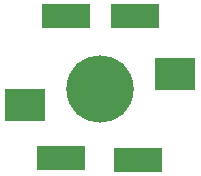
<source format=gbr>
%TF.GenerationSoftware,KiCad,Pcbnew,7.0.9-7.0.9~ubuntu22.04.1*%
%TF.CreationDate,2023-12-17T21:42:45+01:00*%
%TF.ProjectId,StarPCB,53746172-5043-4422-9e6b-696361645f70,rev?*%
%TF.SameCoordinates,Original*%
%TF.FileFunction,Soldermask,Top*%
%TF.FilePolarity,Negative*%
%FSLAX46Y46*%
G04 Gerber Fmt 4.6, Leading zero omitted, Abs format (unit mm)*
G04 Created by KiCad (PCBNEW 7.0.9-7.0.9~ubuntu22.04.1) date 2023-12-17 21:42:45*
%MOMM*%
%LPD*%
G01*
G04 APERTURE LIST*
G04 Aperture macros list*
%AMRoundRect*
0 Rectangle with rounded corners*
0 $1 Rounding radius*
0 $2 $3 $4 $5 $6 $7 $8 $9 X,Y pos of 4 corners*
0 Add a 4 corners polygon primitive as box body*
4,1,4,$2,$3,$4,$5,$6,$7,$8,$9,$2,$3,0*
0 Add four circle primitives for the rounded corners*
1,1,$1+$1,$2,$3*
1,1,$1+$1,$4,$5*
1,1,$1+$1,$6,$7*
1,1,$1+$1,$8,$9*
0 Add four rect primitives between the rounded corners*
20,1,$1+$1,$2,$3,$4,$5,0*
20,1,$1+$1,$4,$5,$6,$7,0*
20,1,$1+$1,$6,$7,$8,$9,0*
20,1,$1+$1,$8,$9,$2,$3,0*%
G04 Aperture macros list end*
%ADD10RoundRect,0.020000X-1.980000X-0.980000X1.980000X-0.980000X1.980000X0.980000X-1.980000X0.980000X0*%
%ADD11R,3.500000X2.700000*%
%ADD12C,5.700000*%
G04 APERTURE END LIST*
D10*
%TO.C,J1*%
X124331000Y-66423000D03*
%TD*%
D11*
%TO.C,D1*%
X115062000Y-73994000D03*
X127762000Y-71294000D03*
D12*
X121412000Y-72644000D03*
%TD*%
D10*
%TO.C,J4*%
X118110000Y-78486000D03*
%TD*%
%TO.C,J5*%
X118489000Y-66423000D03*
%TD*%
%TO.C,J2*%
X124585000Y-78615000D03*
%TD*%
M02*

</source>
